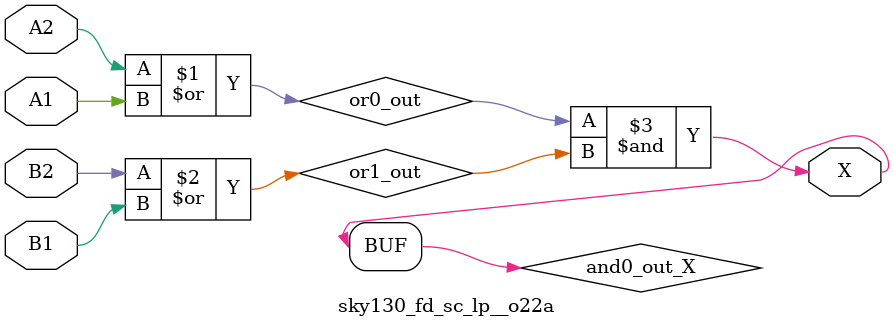
<source format=v>
/*
 * Copyright 2020 The SkyWater PDK Authors
 *
 * Licensed under the Apache License, Version 2.0 (the "License");
 * you may not use this file except in compliance with the License.
 * You may obtain a copy of the License at
 *
 *     https://www.apache.org/licenses/LICENSE-2.0
 *
 * Unless required by applicable law or agreed to in writing, software
 * distributed under the License is distributed on an "AS IS" BASIS,
 * WITHOUT WARRANTIES OR CONDITIONS OF ANY KIND, either express or implied.
 * See the License for the specific language governing permissions and
 * limitations under the License.
 *
 * SPDX-License-Identifier: Apache-2.0
*/


`ifndef SKY130_FD_SC_LP__O22A_FUNCTIONAL_V
`define SKY130_FD_SC_LP__O22A_FUNCTIONAL_V

/**
 * o22a: 2-input OR into both inputs of 2-input AND.
 *
 *       X = ((A1 | A2) & (B1 | B2))
 *
 * Verilog simulation functional model.
 */

`timescale 1ns / 1ps
`default_nettype none

`celldefine
module sky130_fd_sc_lp__o22a (
    X ,
    A1,
    A2,
    B1,
    B2
);

    // Module ports
    output X ;
    input  A1;
    input  A2;
    input  B1;
    input  B2;

    // Local signals
    wire or0_out   ;
    wire or1_out   ;
    wire and0_out_X;

    //  Name  Output      Other arguments
    or  or0  (or0_out   , A2, A1          );
    or  or1  (or1_out   , B2, B1          );
    and and0 (and0_out_X, or0_out, or1_out);
    buf buf0 (X         , and0_out_X      );

endmodule
`endcelldefine

`default_nettype wire
`endif  // SKY130_FD_SC_LP__O22A_FUNCTIONAL_V
</source>
